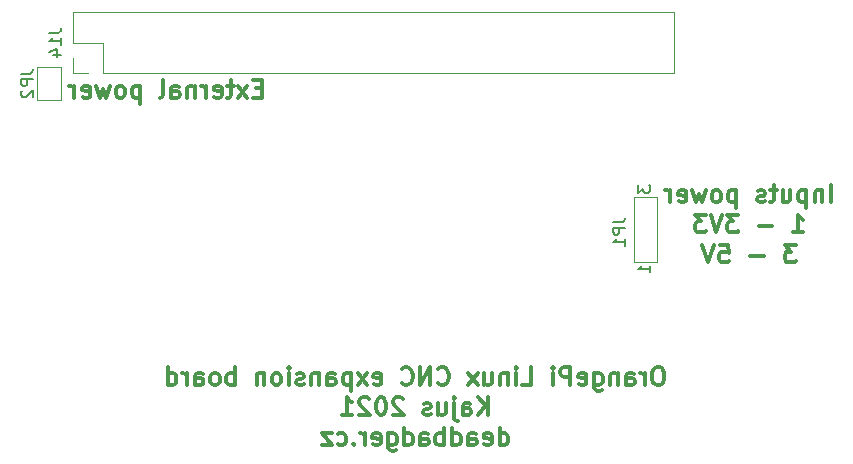
<source format=gbr>
%TF.GenerationSoftware,KiCad,Pcbnew,5.1.9*%
%TF.CreationDate,2021-07-26T21:20:54+02:00*%
%TF.ProjectId,CNCHat,434e4348-6174-42e6-9b69-6361645f7063,rev?*%
%TF.SameCoordinates,Original*%
%TF.FileFunction,Legend,Bot*%
%TF.FilePolarity,Positive*%
%FSLAX46Y46*%
G04 Gerber Fmt 4.6, Leading zero omitted, Abs format (unit mm)*
G04 Created by KiCad (PCBNEW 5.1.9) date 2021-07-26 21:20:54*
%MOMM*%
%LPD*%
G01*
G04 APERTURE LIST*
%ADD10C,0.300000*%
%ADD11C,0.120000*%
%ADD12C,0.150000*%
G04 APERTURE END LIST*
D10*
X158378571Y-101228571D02*
X158092857Y-101228571D01*
X157950000Y-101300000D01*
X157807142Y-101442857D01*
X157735714Y-101728571D01*
X157735714Y-102228571D01*
X157807142Y-102514285D01*
X157950000Y-102657142D01*
X158092857Y-102728571D01*
X158378571Y-102728571D01*
X158521428Y-102657142D01*
X158664285Y-102514285D01*
X158735714Y-102228571D01*
X158735714Y-101728571D01*
X158664285Y-101442857D01*
X158521428Y-101300000D01*
X158378571Y-101228571D01*
X157092857Y-102728571D02*
X157092857Y-101728571D01*
X157092857Y-102014285D02*
X157021428Y-101871428D01*
X156950000Y-101800000D01*
X156807142Y-101728571D01*
X156664285Y-101728571D01*
X155521428Y-102728571D02*
X155521428Y-101942857D01*
X155592857Y-101800000D01*
X155735714Y-101728571D01*
X156021428Y-101728571D01*
X156164285Y-101800000D01*
X155521428Y-102657142D02*
X155664285Y-102728571D01*
X156021428Y-102728571D01*
X156164285Y-102657142D01*
X156235714Y-102514285D01*
X156235714Y-102371428D01*
X156164285Y-102228571D01*
X156021428Y-102157142D01*
X155664285Y-102157142D01*
X155521428Y-102085714D01*
X154807142Y-101728571D02*
X154807142Y-102728571D01*
X154807142Y-101871428D02*
X154735714Y-101800000D01*
X154592857Y-101728571D01*
X154378571Y-101728571D01*
X154235714Y-101800000D01*
X154164285Y-101942857D01*
X154164285Y-102728571D01*
X152807142Y-101728571D02*
X152807142Y-102942857D01*
X152878571Y-103085714D01*
X152950000Y-103157142D01*
X153092857Y-103228571D01*
X153307142Y-103228571D01*
X153450000Y-103157142D01*
X152807142Y-102657142D02*
X152950000Y-102728571D01*
X153235714Y-102728571D01*
X153378571Y-102657142D01*
X153450000Y-102585714D01*
X153521428Y-102442857D01*
X153521428Y-102014285D01*
X153450000Y-101871428D01*
X153378571Y-101800000D01*
X153235714Y-101728571D01*
X152950000Y-101728571D01*
X152807142Y-101800000D01*
X151521428Y-102657142D02*
X151664285Y-102728571D01*
X151950000Y-102728571D01*
X152092857Y-102657142D01*
X152164285Y-102514285D01*
X152164285Y-101942857D01*
X152092857Y-101800000D01*
X151950000Y-101728571D01*
X151664285Y-101728571D01*
X151521428Y-101800000D01*
X151450000Y-101942857D01*
X151450000Y-102085714D01*
X152164285Y-102228571D01*
X150807142Y-102728571D02*
X150807142Y-101228571D01*
X150235714Y-101228571D01*
X150092857Y-101300000D01*
X150021428Y-101371428D01*
X149950000Y-101514285D01*
X149950000Y-101728571D01*
X150021428Y-101871428D01*
X150092857Y-101942857D01*
X150235714Y-102014285D01*
X150807142Y-102014285D01*
X149307142Y-102728571D02*
X149307142Y-101728571D01*
X149307142Y-101228571D02*
X149378571Y-101300000D01*
X149307142Y-101371428D01*
X149235714Y-101300000D01*
X149307142Y-101228571D01*
X149307142Y-101371428D01*
X146735714Y-102728571D02*
X147450000Y-102728571D01*
X147450000Y-101228571D01*
X146235714Y-102728571D02*
X146235714Y-101728571D01*
X146235714Y-101228571D02*
X146307142Y-101300000D01*
X146235714Y-101371428D01*
X146164285Y-101300000D01*
X146235714Y-101228571D01*
X146235714Y-101371428D01*
X145521428Y-101728571D02*
X145521428Y-102728571D01*
X145521428Y-101871428D02*
X145450000Y-101800000D01*
X145307142Y-101728571D01*
X145092857Y-101728571D01*
X144950000Y-101800000D01*
X144878571Y-101942857D01*
X144878571Y-102728571D01*
X143521428Y-101728571D02*
X143521428Y-102728571D01*
X144164285Y-101728571D02*
X144164285Y-102514285D01*
X144092857Y-102657142D01*
X143950000Y-102728571D01*
X143735714Y-102728571D01*
X143592857Y-102657142D01*
X143521428Y-102585714D01*
X142950000Y-102728571D02*
X142164285Y-101728571D01*
X142950000Y-101728571D02*
X142164285Y-102728571D01*
X139592857Y-102585714D02*
X139664285Y-102657142D01*
X139878571Y-102728571D01*
X140021428Y-102728571D01*
X140235714Y-102657142D01*
X140378571Y-102514285D01*
X140450000Y-102371428D01*
X140521428Y-102085714D01*
X140521428Y-101871428D01*
X140450000Y-101585714D01*
X140378571Y-101442857D01*
X140235714Y-101300000D01*
X140021428Y-101228571D01*
X139878571Y-101228571D01*
X139664285Y-101300000D01*
X139592857Y-101371428D01*
X138950000Y-102728571D02*
X138950000Y-101228571D01*
X138092857Y-102728571D01*
X138092857Y-101228571D01*
X136521428Y-102585714D02*
X136592857Y-102657142D01*
X136807142Y-102728571D01*
X136950000Y-102728571D01*
X137164285Y-102657142D01*
X137307142Y-102514285D01*
X137378571Y-102371428D01*
X137450000Y-102085714D01*
X137450000Y-101871428D01*
X137378571Y-101585714D01*
X137307142Y-101442857D01*
X137164285Y-101300000D01*
X136950000Y-101228571D01*
X136807142Y-101228571D01*
X136592857Y-101300000D01*
X136521428Y-101371428D01*
X134164285Y-102657142D02*
X134307142Y-102728571D01*
X134592857Y-102728571D01*
X134735714Y-102657142D01*
X134807142Y-102514285D01*
X134807142Y-101942857D01*
X134735714Y-101800000D01*
X134592857Y-101728571D01*
X134307142Y-101728571D01*
X134164285Y-101800000D01*
X134092857Y-101942857D01*
X134092857Y-102085714D01*
X134807142Y-102228571D01*
X133592857Y-102728571D02*
X132807142Y-101728571D01*
X133592857Y-101728571D02*
X132807142Y-102728571D01*
X132235714Y-101728571D02*
X132235714Y-103228571D01*
X132235714Y-101800000D02*
X132092857Y-101728571D01*
X131807142Y-101728571D01*
X131664285Y-101800000D01*
X131592857Y-101871428D01*
X131521428Y-102014285D01*
X131521428Y-102442857D01*
X131592857Y-102585714D01*
X131664285Y-102657142D01*
X131807142Y-102728571D01*
X132092857Y-102728571D01*
X132235714Y-102657142D01*
X130235714Y-102728571D02*
X130235714Y-101942857D01*
X130307142Y-101800000D01*
X130450000Y-101728571D01*
X130735714Y-101728571D01*
X130878571Y-101800000D01*
X130235714Y-102657142D02*
X130378571Y-102728571D01*
X130735714Y-102728571D01*
X130878571Y-102657142D01*
X130950000Y-102514285D01*
X130950000Y-102371428D01*
X130878571Y-102228571D01*
X130735714Y-102157142D01*
X130378571Y-102157142D01*
X130235714Y-102085714D01*
X129521428Y-101728571D02*
X129521428Y-102728571D01*
X129521428Y-101871428D02*
X129450000Y-101800000D01*
X129307142Y-101728571D01*
X129092857Y-101728571D01*
X128950000Y-101800000D01*
X128878571Y-101942857D01*
X128878571Y-102728571D01*
X128235714Y-102657142D02*
X128092857Y-102728571D01*
X127807142Y-102728571D01*
X127664285Y-102657142D01*
X127592857Y-102514285D01*
X127592857Y-102442857D01*
X127664285Y-102300000D01*
X127807142Y-102228571D01*
X128021428Y-102228571D01*
X128164285Y-102157142D01*
X128235714Y-102014285D01*
X128235714Y-101942857D01*
X128164285Y-101800000D01*
X128021428Y-101728571D01*
X127807142Y-101728571D01*
X127664285Y-101800000D01*
X126950000Y-102728571D02*
X126950000Y-101728571D01*
X126950000Y-101228571D02*
X127021428Y-101300000D01*
X126950000Y-101371428D01*
X126878571Y-101300000D01*
X126950000Y-101228571D01*
X126950000Y-101371428D01*
X126021428Y-102728571D02*
X126164285Y-102657142D01*
X126235714Y-102585714D01*
X126307142Y-102442857D01*
X126307142Y-102014285D01*
X126235714Y-101871428D01*
X126164285Y-101800000D01*
X126021428Y-101728571D01*
X125807142Y-101728571D01*
X125664285Y-101800000D01*
X125592857Y-101871428D01*
X125521428Y-102014285D01*
X125521428Y-102442857D01*
X125592857Y-102585714D01*
X125664285Y-102657142D01*
X125807142Y-102728571D01*
X126021428Y-102728571D01*
X124878571Y-101728571D02*
X124878571Y-102728571D01*
X124878571Y-101871428D02*
X124807142Y-101800000D01*
X124664285Y-101728571D01*
X124450000Y-101728571D01*
X124307142Y-101800000D01*
X124235714Y-101942857D01*
X124235714Y-102728571D01*
X122378571Y-102728571D02*
X122378571Y-101228571D01*
X122378571Y-101800000D02*
X122235714Y-101728571D01*
X121950000Y-101728571D01*
X121807142Y-101800000D01*
X121735714Y-101871428D01*
X121664285Y-102014285D01*
X121664285Y-102442857D01*
X121735714Y-102585714D01*
X121807142Y-102657142D01*
X121950000Y-102728571D01*
X122235714Y-102728571D01*
X122378571Y-102657142D01*
X120807142Y-102728571D02*
X120950000Y-102657142D01*
X121021428Y-102585714D01*
X121092857Y-102442857D01*
X121092857Y-102014285D01*
X121021428Y-101871428D01*
X120950000Y-101800000D01*
X120807142Y-101728571D01*
X120592857Y-101728571D01*
X120450000Y-101800000D01*
X120378571Y-101871428D01*
X120307142Y-102014285D01*
X120307142Y-102442857D01*
X120378571Y-102585714D01*
X120450000Y-102657142D01*
X120592857Y-102728571D01*
X120807142Y-102728571D01*
X119021428Y-102728571D02*
X119021428Y-101942857D01*
X119092857Y-101800000D01*
X119235714Y-101728571D01*
X119521428Y-101728571D01*
X119664285Y-101800000D01*
X119021428Y-102657142D02*
X119164285Y-102728571D01*
X119521428Y-102728571D01*
X119664285Y-102657142D01*
X119735714Y-102514285D01*
X119735714Y-102371428D01*
X119664285Y-102228571D01*
X119521428Y-102157142D01*
X119164285Y-102157142D01*
X119021428Y-102085714D01*
X118307142Y-102728571D02*
X118307142Y-101728571D01*
X118307142Y-102014285D02*
X118235714Y-101871428D01*
X118164285Y-101800000D01*
X118021428Y-101728571D01*
X117878571Y-101728571D01*
X116735714Y-102728571D02*
X116735714Y-101228571D01*
X116735714Y-102657142D02*
X116878571Y-102728571D01*
X117164285Y-102728571D01*
X117307142Y-102657142D01*
X117378571Y-102585714D01*
X117450000Y-102442857D01*
X117450000Y-102014285D01*
X117378571Y-101871428D01*
X117307142Y-101800000D01*
X117164285Y-101728571D01*
X116878571Y-101728571D01*
X116735714Y-101800000D01*
X143842857Y-105278571D02*
X143842857Y-103778571D01*
X142985714Y-105278571D02*
X143628571Y-104421428D01*
X142985714Y-103778571D02*
X143842857Y-104635714D01*
X141700000Y-105278571D02*
X141700000Y-104492857D01*
X141771428Y-104350000D01*
X141914285Y-104278571D01*
X142200000Y-104278571D01*
X142342857Y-104350000D01*
X141700000Y-105207142D02*
X141842857Y-105278571D01*
X142200000Y-105278571D01*
X142342857Y-105207142D01*
X142414285Y-105064285D01*
X142414285Y-104921428D01*
X142342857Y-104778571D01*
X142200000Y-104707142D01*
X141842857Y-104707142D01*
X141700000Y-104635714D01*
X140985714Y-104278571D02*
X140985714Y-105564285D01*
X141057142Y-105707142D01*
X141200000Y-105778571D01*
X141271428Y-105778571D01*
X140985714Y-103778571D02*
X141057142Y-103850000D01*
X140985714Y-103921428D01*
X140914285Y-103850000D01*
X140985714Y-103778571D01*
X140985714Y-103921428D01*
X139628571Y-104278571D02*
X139628571Y-105278571D01*
X140271428Y-104278571D02*
X140271428Y-105064285D01*
X140200000Y-105207142D01*
X140057142Y-105278571D01*
X139842857Y-105278571D01*
X139700000Y-105207142D01*
X139628571Y-105135714D01*
X138985714Y-105207142D02*
X138842857Y-105278571D01*
X138557142Y-105278571D01*
X138414285Y-105207142D01*
X138342857Y-105064285D01*
X138342857Y-104992857D01*
X138414285Y-104850000D01*
X138557142Y-104778571D01*
X138771428Y-104778571D01*
X138914285Y-104707142D01*
X138985714Y-104564285D01*
X138985714Y-104492857D01*
X138914285Y-104350000D01*
X138771428Y-104278571D01*
X138557142Y-104278571D01*
X138414285Y-104350000D01*
X136628571Y-103921428D02*
X136557142Y-103850000D01*
X136414285Y-103778571D01*
X136057142Y-103778571D01*
X135914285Y-103850000D01*
X135842857Y-103921428D01*
X135771428Y-104064285D01*
X135771428Y-104207142D01*
X135842857Y-104421428D01*
X136700000Y-105278571D01*
X135771428Y-105278571D01*
X134842857Y-103778571D02*
X134700000Y-103778571D01*
X134557142Y-103850000D01*
X134485714Y-103921428D01*
X134414285Y-104064285D01*
X134342857Y-104350000D01*
X134342857Y-104707142D01*
X134414285Y-104992857D01*
X134485714Y-105135714D01*
X134557142Y-105207142D01*
X134700000Y-105278571D01*
X134842857Y-105278571D01*
X134985714Y-105207142D01*
X135057142Y-105135714D01*
X135128571Y-104992857D01*
X135200000Y-104707142D01*
X135200000Y-104350000D01*
X135128571Y-104064285D01*
X135057142Y-103921428D01*
X134985714Y-103850000D01*
X134842857Y-103778571D01*
X133771428Y-103921428D02*
X133700000Y-103850000D01*
X133557142Y-103778571D01*
X133200000Y-103778571D01*
X133057142Y-103850000D01*
X132985714Y-103921428D01*
X132914285Y-104064285D01*
X132914285Y-104207142D01*
X132985714Y-104421428D01*
X133842857Y-105278571D01*
X132914285Y-105278571D01*
X131485714Y-105278571D02*
X132342857Y-105278571D01*
X131914285Y-105278571D02*
X131914285Y-103778571D01*
X132057142Y-103992857D01*
X132200000Y-104135714D01*
X132342857Y-104207142D01*
X144807142Y-107828571D02*
X144807142Y-106328571D01*
X144807142Y-107757142D02*
X144950000Y-107828571D01*
X145235714Y-107828571D01*
X145378571Y-107757142D01*
X145450000Y-107685714D01*
X145521428Y-107542857D01*
X145521428Y-107114285D01*
X145450000Y-106971428D01*
X145378571Y-106900000D01*
X145235714Y-106828571D01*
X144950000Y-106828571D01*
X144807142Y-106900000D01*
X143521428Y-107757142D02*
X143664285Y-107828571D01*
X143950000Y-107828571D01*
X144092857Y-107757142D01*
X144164285Y-107614285D01*
X144164285Y-107042857D01*
X144092857Y-106900000D01*
X143950000Y-106828571D01*
X143664285Y-106828571D01*
X143521428Y-106900000D01*
X143450000Y-107042857D01*
X143450000Y-107185714D01*
X144164285Y-107328571D01*
X142164285Y-107828571D02*
X142164285Y-107042857D01*
X142235714Y-106900000D01*
X142378571Y-106828571D01*
X142664285Y-106828571D01*
X142807142Y-106900000D01*
X142164285Y-107757142D02*
X142307142Y-107828571D01*
X142664285Y-107828571D01*
X142807142Y-107757142D01*
X142878571Y-107614285D01*
X142878571Y-107471428D01*
X142807142Y-107328571D01*
X142664285Y-107257142D01*
X142307142Y-107257142D01*
X142164285Y-107185714D01*
X140807142Y-107828571D02*
X140807142Y-106328571D01*
X140807142Y-107757142D02*
X140950000Y-107828571D01*
X141235714Y-107828571D01*
X141378571Y-107757142D01*
X141450000Y-107685714D01*
X141521428Y-107542857D01*
X141521428Y-107114285D01*
X141450000Y-106971428D01*
X141378571Y-106900000D01*
X141235714Y-106828571D01*
X140950000Y-106828571D01*
X140807142Y-106900000D01*
X140092857Y-107828571D02*
X140092857Y-106328571D01*
X140092857Y-106900000D02*
X139950000Y-106828571D01*
X139664285Y-106828571D01*
X139521428Y-106900000D01*
X139450000Y-106971428D01*
X139378571Y-107114285D01*
X139378571Y-107542857D01*
X139450000Y-107685714D01*
X139521428Y-107757142D01*
X139664285Y-107828571D01*
X139950000Y-107828571D01*
X140092857Y-107757142D01*
X138092857Y-107828571D02*
X138092857Y-107042857D01*
X138164285Y-106900000D01*
X138307142Y-106828571D01*
X138592857Y-106828571D01*
X138735714Y-106900000D01*
X138092857Y-107757142D02*
X138235714Y-107828571D01*
X138592857Y-107828571D01*
X138735714Y-107757142D01*
X138807142Y-107614285D01*
X138807142Y-107471428D01*
X138735714Y-107328571D01*
X138592857Y-107257142D01*
X138235714Y-107257142D01*
X138092857Y-107185714D01*
X136735714Y-107828571D02*
X136735714Y-106328571D01*
X136735714Y-107757142D02*
X136878571Y-107828571D01*
X137164285Y-107828571D01*
X137307142Y-107757142D01*
X137378571Y-107685714D01*
X137450000Y-107542857D01*
X137450000Y-107114285D01*
X137378571Y-106971428D01*
X137307142Y-106900000D01*
X137164285Y-106828571D01*
X136878571Y-106828571D01*
X136735714Y-106900000D01*
X135378571Y-106828571D02*
X135378571Y-108042857D01*
X135450000Y-108185714D01*
X135521428Y-108257142D01*
X135664285Y-108328571D01*
X135878571Y-108328571D01*
X136021428Y-108257142D01*
X135378571Y-107757142D02*
X135521428Y-107828571D01*
X135807142Y-107828571D01*
X135950000Y-107757142D01*
X136021428Y-107685714D01*
X136092857Y-107542857D01*
X136092857Y-107114285D01*
X136021428Y-106971428D01*
X135950000Y-106900000D01*
X135807142Y-106828571D01*
X135521428Y-106828571D01*
X135378571Y-106900000D01*
X134092857Y-107757142D02*
X134235714Y-107828571D01*
X134521428Y-107828571D01*
X134664285Y-107757142D01*
X134735714Y-107614285D01*
X134735714Y-107042857D01*
X134664285Y-106900000D01*
X134521428Y-106828571D01*
X134235714Y-106828571D01*
X134092857Y-106900000D01*
X134021428Y-107042857D01*
X134021428Y-107185714D01*
X134735714Y-107328571D01*
X133378571Y-107828571D02*
X133378571Y-106828571D01*
X133378571Y-107114285D02*
X133307142Y-106971428D01*
X133235714Y-106900000D01*
X133092857Y-106828571D01*
X132950000Y-106828571D01*
X132450000Y-107685714D02*
X132378571Y-107757142D01*
X132450000Y-107828571D01*
X132521428Y-107757142D01*
X132450000Y-107685714D01*
X132450000Y-107828571D01*
X131092857Y-107757142D02*
X131235714Y-107828571D01*
X131521428Y-107828571D01*
X131664285Y-107757142D01*
X131735714Y-107685714D01*
X131807142Y-107542857D01*
X131807142Y-107114285D01*
X131735714Y-106971428D01*
X131664285Y-106900000D01*
X131521428Y-106828571D01*
X131235714Y-106828571D01*
X131092857Y-106900000D01*
X130592857Y-106828571D02*
X129807142Y-106828571D01*
X130592857Y-107828571D01*
X129807142Y-107828571D01*
X124660714Y-77617857D02*
X124160714Y-77617857D01*
X123946428Y-78403571D02*
X124660714Y-78403571D01*
X124660714Y-76903571D01*
X123946428Y-76903571D01*
X123446428Y-78403571D02*
X122660714Y-77403571D01*
X123446428Y-77403571D02*
X122660714Y-78403571D01*
X122303571Y-77403571D02*
X121732142Y-77403571D01*
X122089285Y-76903571D02*
X122089285Y-78189285D01*
X122017857Y-78332142D01*
X121875000Y-78403571D01*
X121732142Y-78403571D01*
X120660714Y-78332142D02*
X120803571Y-78403571D01*
X121089285Y-78403571D01*
X121232142Y-78332142D01*
X121303571Y-78189285D01*
X121303571Y-77617857D01*
X121232142Y-77475000D01*
X121089285Y-77403571D01*
X120803571Y-77403571D01*
X120660714Y-77475000D01*
X120589285Y-77617857D01*
X120589285Y-77760714D01*
X121303571Y-77903571D01*
X119946428Y-78403571D02*
X119946428Y-77403571D01*
X119946428Y-77689285D02*
X119875000Y-77546428D01*
X119803571Y-77475000D01*
X119660714Y-77403571D01*
X119517857Y-77403571D01*
X119017857Y-77403571D02*
X119017857Y-78403571D01*
X119017857Y-77546428D02*
X118946428Y-77475000D01*
X118803571Y-77403571D01*
X118589285Y-77403571D01*
X118446428Y-77475000D01*
X118375000Y-77617857D01*
X118375000Y-78403571D01*
X117017857Y-78403571D02*
X117017857Y-77617857D01*
X117089285Y-77475000D01*
X117232142Y-77403571D01*
X117517857Y-77403571D01*
X117660714Y-77475000D01*
X117017857Y-78332142D02*
X117160714Y-78403571D01*
X117517857Y-78403571D01*
X117660714Y-78332142D01*
X117732142Y-78189285D01*
X117732142Y-78046428D01*
X117660714Y-77903571D01*
X117517857Y-77832142D01*
X117160714Y-77832142D01*
X117017857Y-77760714D01*
X116089285Y-78403571D02*
X116232142Y-78332142D01*
X116303571Y-78189285D01*
X116303571Y-76903571D01*
X114375000Y-77403571D02*
X114375000Y-78903571D01*
X114375000Y-77475000D02*
X114232142Y-77403571D01*
X113946428Y-77403571D01*
X113803571Y-77475000D01*
X113732142Y-77546428D01*
X113660714Y-77689285D01*
X113660714Y-78117857D01*
X113732142Y-78260714D01*
X113803571Y-78332142D01*
X113946428Y-78403571D01*
X114232142Y-78403571D01*
X114375000Y-78332142D01*
X112803571Y-78403571D02*
X112946428Y-78332142D01*
X113017857Y-78260714D01*
X113089285Y-78117857D01*
X113089285Y-77689285D01*
X113017857Y-77546428D01*
X112946428Y-77475000D01*
X112803571Y-77403571D01*
X112589285Y-77403571D01*
X112446428Y-77475000D01*
X112375000Y-77546428D01*
X112303571Y-77689285D01*
X112303571Y-78117857D01*
X112375000Y-78260714D01*
X112446428Y-78332142D01*
X112589285Y-78403571D01*
X112803571Y-78403571D01*
X111803571Y-77403571D02*
X111517857Y-78403571D01*
X111232142Y-77689285D01*
X110946428Y-78403571D01*
X110660714Y-77403571D01*
X109517857Y-78332142D02*
X109660714Y-78403571D01*
X109946428Y-78403571D01*
X110089285Y-78332142D01*
X110160714Y-78189285D01*
X110160714Y-77617857D01*
X110089285Y-77475000D01*
X109946428Y-77403571D01*
X109660714Y-77403571D01*
X109517857Y-77475000D01*
X109446428Y-77617857D01*
X109446428Y-77760714D01*
X110160714Y-77903571D01*
X108803571Y-78403571D02*
X108803571Y-77403571D01*
X108803571Y-77689285D02*
X108732142Y-77546428D01*
X108660714Y-77475000D01*
X108517857Y-77403571D01*
X108375000Y-77403571D01*
X172842857Y-87253571D02*
X172842857Y-85753571D01*
X172128571Y-86253571D02*
X172128571Y-87253571D01*
X172128571Y-86396428D02*
X172057142Y-86325000D01*
X171914285Y-86253571D01*
X171700000Y-86253571D01*
X171557142Y-86325000D01*
X171485714Y-86467857D01*
X171485714Y-87253571D01*
X170771428Y-86253571D02*
X170771428Y-87753571D01*
X170771428Y-86325000D02*
X170628571Y-86253571D01*
X170342857Y-86253571D01*
X170200000Y-86325000D01*
X170128571Y-86396428D01*
X170057142Y-86539285D01*
X170057142Y-86967857D01*
X170128571Y-87110714D01*
X170200000Y-87182142D01*
X170342857Y-87253571D01*
X170628571Y-87253571D01*
X170771428Y-87182142D01*
X168771428Y-86253571D02*
X168771428Y-87253571D01*
X169414285Y-86253571D02*
X169414285Y-87039285D01*
X169342857Y-87182142D01*
X169200000Y-87253571D01*
X168985714Y-87253571D01*
X168842857Y-87182142D01*
X168771428Y-87110714D01*
X168271428Y-86253571D02*
X167700000Y-86253571D01*
X168057142Y-85753571D02*
X168057142Y-87039285D01*
X167985714Y-87182142D01*
X167842857Y-87253571D01*
X167700000Y-87253571D01*
X167271428Y-87182142D02*
X167128571Y-87253571D01*
X166842857Y-87253571D01*
X166700000Y-87182142D01*
X166628571Y-87039285D01*
X166628571Y-86967857D01*
X166700000Y-86825000D01*
X166842857Y-86753571D01*
X167057142Y-86753571D01*
X167200000Y-86682142D01*
X167271428Y-86539285D01*
X167271428Y-86467857D01*
X167200000Y-86325000D01*
X167057142Y-86253571D01*
X166842857Y-86253571D01*
X166700000Y-86325000D01*
X164842857Y-86253571D02*
X164842857Y-87753571D01*
X164842857Y-86325000D02*
X164700000Y-86253571D01*
X164414285Y-86253571D01*
X164271428Y-86325000D01*
X164200000Y-86396428D01*
X164128571Y-86539285D01*
X164128571Y-86967857D01*
X164200000Y-87110714D01*
X164271428Y-87182142D01*
X164414285Y-87253571D01*
X164700000Y-87253571D01*
X164842857Y-87182142D01*
X163271428Y-87253571D02*
X163414285Y-87182142D01*
X163485714Y-87110714D01*
X163557142Y-86967857D01*
X163557142Y-86539285D01*
X163485714Y-86396428D01*
X163414285Y-86325000D01*
X163271428Y-86253571D01*
X163057142Y-86253571D01*
X162914285Y-86325000D01*
X162842857Y-86396428D01*
X162771428Y-86539285D01*
X162771428Y-86967857D01*
X162842857Y-87110714D01*
X162914285Y-87182142D01*
X163057142Y-87253571D01*
X163271428Y-87253571D01*
X162271428Y-86253571D02*
X161985714Y-87253571D01*
X161700000Y-86539285D01*
X161414285Y-87253571D01*
X161128571Y-86253571D01*
X159985714Y-87182142D02*
X160128571Y-87253571D01*
X160414285Y-87253571D01*
X160557142Y-87182142D01*
X160628571Y-87039285D01*
X160628571Y-86467857D01*
X160557142Y-86325000D01*
X160414285Y-86253571D01*
X160128571Y-86253571D01*
X159985714Y-86325000D01*
X159914285Y-86467857D01*
X159914285Y-86610714D01*
X160628571Y-86753571D01*
X159271428Y-87253571D02*
X159271428Y-86253571D01*
X159271428Y-86539285D02*
X159200000Y-86396428D01*
X159128571Y-86325000D01*
X158985714Y-86253571D01*
X158842857Y-86253571D01*
X169664285Y-89803571D02*
X170521428Y-89803571D01*
X170092857Y-89803571D02*
X170092857Y-88303571D01*
X170235714Y-88517857D01*
X170378571Y-88660714D01*
X170521428Y-88732142D01*
X167878571Y-89232142D02*
X166735714Y-89232142D01*
X165021428Y-88303571D02*
X164092857Y-88303571D01*
X164592857Y-88875000D01*
X164378571Y-88875000D01*
X164235714Y-88946428D01*
X164164285Y-89017857D01*
X164092857Y-89160714D01*
X164092857Y-89517857D01*
X164164285Y-89660714D01*
X164235714Y-89732142D01*
X164378571Y-89803571D01*
X164807142Y-89803571D01*
X164950000Y-89732142D01*
X165021428Y-89660714D01*
X163664285Y-88303571D02*
X163164285Y-89803571D01*
X162664285Y-88303571D01*
X162307142Y-88303571D02*
X161378571Y-88303571D01*
X161878571Y-88875000D01*
X161664285Y-88875000D01*
X161521428Y-88946428D01*
X161450000Y-89017857D01*
X161378571Y-89160714D01*
X161378571Y-89517857D01*
X161450000Y-89660714D01*
X161521428Y-89732142D01*
X161664285Y-89803571D01*
X162092857Y-89803571D01*
X162235714Y-89732142D01*
X162307142Y-89660714D01*
X169878571Y-90853571D02*
X168950000Y-90853571D01*
X169450000Y-91425000D01*
X169235714Y-91425000D01*
X169092857Y-91496428D01*
X169021428Y-91567857D01*
X168950000Y-91710714D01*
X168950000Y-92067857D01*
X169021428Y-92210714D01*
X169092857Y-92282142D01*
X169235714Y-92353571D01*
X169664285Y-92353571D01*
X169807142Y-92282142D01*
X169878571Y-92210714D01*
X167164285Y-91782142D02*
X166021428Y-91782142D01*
X163450000Y-90853571D02*
X164164285Y-90853571D01*
X164235714Y-91567857D01*
X164164285Y-91496428D01*
X164021428Y-91425000D01*
X163664285Y-91425000D01*
X163521428Y-91496428D01*
X163450000Y-91567857D01*
X163378571Y-91710714D01*
X163378571Y-92067857D01*
X163450000Y-92210714D01*
X163521428Y-92282142D01*
X163664285Y-92353571D01*
X164021428Y-92353571D01*
X164164285Y-92282142D01*
X164235714Y-92210714D01*
X162950000Y-90853571D02*
X162450000Y-92353571D01*
X161950000Y-90853571D01*
D11*
%TO.C,JP2*%
X107650000Y-75800000D02*
X105650000Y-75800000D01*
X107650000Y-78600000D02*
X107650000Y-75800000D01*
X105650000Y-78600000D02*
X107650000Y-78600000D01*
X105650000Y-75800000D02*
X105650000Y-78600000D01*
%TO.C,JP1*%
X156150000Y-92300000D02*
X158100000Y-92300000D01*
X156150000Y-86800000D02*
X156150000Y-92300000D01*
X158100000Y-86800000D02*
X156150000Y-86800000D01*
X158100000Y-92300000D02*
X158100000Y-86800000D01*
%TO.C,J14*%
X108670000Y-71130000D02*
X108670000Y-73730000D01*
X108670000Y-71130000D02*
X159590000Y-71130000D01*
X159590000Y-71130000D02*
X159590000Y-76330000D01*
X111270000Y-76330000D02*
X159590000Y-76330000D01*
X111270000Y-73730000D02*
X111270000Y-76330000D01*
X108670000Y-73730000D02*
X111270000Y-73730000D01*
X108670000Y-76330000D02*
X110000000Y-76330000D01*
X108670000Y-75000000D02*
X108670000Y-76330000D01*
%TO.C,JP2*%
D12*
X104302380Y-76366666D02*
X105016666Y-76366666D01*
X105159523Y-76319047D01*
X105254761Y-76223809D01*
X105302380Y-76080952D01*
X105302380Y-75985714D01*
X105302380Y-76842857D02*
X104302380Y-76842857D01*
X104302380Y-77223809D01*
X104350000Y-77319047D01*
X104397619Y-77366666D01*
X104492857Y-77414285D01*
X104635714Y-77414285D01*
X104730952Y-77366666D01*
X104778571Y-77319047D01*
X104826190Y-77223809D01*
X104826190Y-76842857D01*
X104397619Y-77795238D02*
X104350000Y-77842857D01*
X104302380Y-77938095D01*
X104302380Y-78176190D01*
X104350000Y-78271428D01*
X104397619Y-78319047D01*
X104492857Y-78366666D01*
X104588095Y-78366666D01*
X104730952Y-78319047D01*
X105302380Y-77747619D01*
X105302380Y-78366666D01*
%TO.C,JP1*%
X154427380Y-88941666D02*
X155141666Y-88941666D01*
X155284523Y-88894047D01*
X155379761Y-88798809D01*
X155427380Y-88655952D01*
X155427380Y-88560714D01*
X155427380Y-89417857D02*
X154427380Y-89417857D01*
X154427380Y-89798809D01*
X154475000Y-89894047D01*
X154522619Y-89941666D01*
X154617857Y-89989285D01*
X154760714Y-89989285D01*
X154855952Y-89941666D01*
X154903571Y-89894047D01*
X154951190Y-89798809D01*
X154951190Y-89417857D01*
X155427380Y-90941666D02*
X155427380Y-90370238D01*
X155427380Y-90655952D02*
X154427380Y-90655952D01*
X154570238Y-90560714D01*
X154665476Y-90465476D01*
X154713095Y-90370238D01*
X157552380Y-93185714D02*
X157552380Y-92614285D01*
X157552380Y-92900000D02*
X156552380Y-92900000D01*
X156695238Y-92804761D01*
X156790476Y-92709523D01*
X156838095Y-92614285D01*
X156552380Y-85816666D02*
X156552380Y-86435714D01*
X156933333Y-86102380D01*
X156933333Y-86245238D01*
X156980952Y-86340476D01*
X157028571Y-86388095D01*
X157123809Y-86435714D01*
X157361904Y-86435714D01*
X157457142Y-86388095D01*
X157504761Y-86340476D01*
X157552380Y-86245238D01*
X157552380Y-85959523D01*
X157504761Y-85864285D01*
X157457142Y-85816666D01*
%TO.C,J14*%
X106682380Y-72920476D02*
X107396666Y-72920476D01*
X107539523Y-72872857D01*
X107634761Y-72777619D01*
X107682380Y-72634761D01*
X107682380Y-72539523D01*
X107682380Y-73920476D02*
X107682380Y-73349047D01*
X107682380Y-73634761D02*
X106682380Y-73634761D01*
X106825238Y-73539523D01*
X106920476Y-73444285D01*
X106968095Y-73349047D01*
X107015714Y-74777619D02*
X107682380Y-74777619D01*
X106634761Y-74539523D02*
X107349047Y-74301428D01*
X107349047Y-74920476D01*
%TD*%
M02*

</source>
